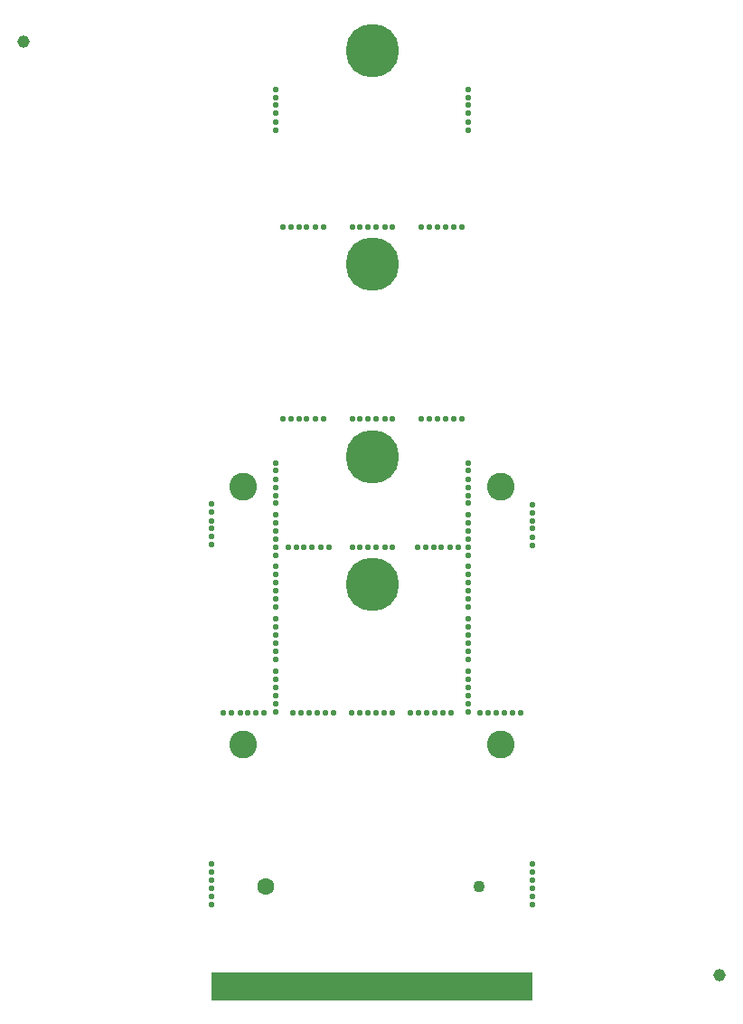
<source format=gbs>
%TF.GenerationSoftware,KiCad,Pcbnew,7.0.11-2.fc39*%
%TF.CreationDate,2024-03-17T16:29:44+01:00*%
%TF.ProjectId,mini-pcie-m.2-key-m-adapter,6d696e69-2d70-4636-9965-2d6d2e322d6b,rev?*%
%TF.SameCoordinates,Original*%
%TF.FileFunction,Soldermask,Bot*%
%TF.FilePolarity,Negative*%
%FSLAX46Y46*%
G04 Gerber Fmt 4.6, Leading zero omitted, Abs format (unit mm)*
G04 Created by KiCad (PCBNEW 7.0.11-2.fc39) date 2024-03-17 16:29:44*
%MOMM*%
%LPD*%
G01*
G04 APERTURE LIST*
%ADD10C,0.000010*%
%ADD11C,0.550000*%
%ADD12C,2.600000*%
%ADD13R,0.600000X2.350000*%
%ADD14C,5.000000*%
%ADD15C,1.600000*%
%ADD16C,1.100000*%
%ADD17C,1.152000*%
G04 APERTURE END LIST*
D10*
X48850000Y-77450000D02*
X78800000Y-77450000D01*
X78800000Y-80000000D01*
X48850000Y-80000000D01*
X48850000Y-77450000D01*
G36*
X48850000Y-77450000D02*
G01*
X78800000Y-77450000D01*
X78800000Y-80000000D01*
X48850000Y-80000000D01*
X48850000Y-77450000D01*
G37*
D11*
%TO.C,REF\u002A\u002A*%
X48850000Y-67275000D03*
X48850000Y-68025000D03*
X48850000Y-68825000D03*
X48850000Y-69575000D03*
X48850000Y-70325000D03*
X48850000Y-71075000D03*
%TD*%
%TO.C,REF\u002A\u002A*%
X78850000Y-71125000D03*
X78850000Y-70375000D03*
X78850000Y-69575000D03*
X78850000Y-68825000D03*
X78850000Y-68075000D03*
X78850000Y-67325000D03*
%TD*%
%TO.C,REF\u002A\u002A*%
X48850000Y-33625000D03*
X48850000Y-34375000D03*
X48850000Y-35175000D03*
X48850000Y-35925000D03*
X48850000Y-36675000D03*
X48850000Y-37425000D03*
%TD*%
%TO.C,REF\u002A\u002A*%
X78850000Y-37475000D03*
X78850000Y-36725000D03*
X78850000Y-35925000D03*
X78850000Y-35175000D03*
X78850000Y-34425000D03*
X78850000Y-33675000D03*
%TD*%
%TO.C,REF\u002A\u002A*%
X54875000Y-48125000D03*
X54875000Y-47375000D03*
X54875000Y-46625000D03*
X54875000Y-45875000D03*
X54875000Y-45075000D03*
X54875000Y-44325000D03*
%TD*%
%TO.C,REF\u002A\u002A*%
X72875000Y-48125000D03*
X72875000Y-47375000D03*
X72875000Y-46625000D03*
X72875000Y-45875000D03*
X72875000Y-45075000D03*
X72875000Y-44325000D03*
%TD*%
%TO.C,REF\u002A\u002A*%
X71925000Y-37675000D03*
X71175000Y-37675000D03*
X70375000Y-37675000D03*
X69625000Y-37675000D03*
X68875000Y-37675000D03*
X68125000Y-37675000D03*
%TD*%
%TO.C,REF\u002A\u002A*%
X59800000Y-37675000D03*
X59050000Y-37675000D03*
X58250000Y-37675000D03*
X57500000Y-37675000D03*
X56750000Y-37675000D03*
X56000000Y-37675000D03*
%TD*%
%TO.C,REF\u002A\u002A*%
X65800000Y-37675000D03*
X65050000Y-37675000D03*
X64250000Y-37675000D03*
X63500000Y-37675000D03*
X62750000Y-37675000D03*
X62000000Y-37675000D03*
%TD*%
%TO.C,REF\u002A\u002A*%
X56450000Y-53175000D03*
X57200000Y-53175000D03*
X58000000Y-53175000D03*
X58750000Y-53175000D03*
X59500000Y-53175000D03*
X60250000Y-53175000D03*
%TD*%
%TO.C,REF\u002A\u002A*%
X67450000Y-53175000D03*
X68200000Y-53175000D03*
X69000000Y-53175000D03*
X69750000Y-53175000D03*
X70500000Y-53175000D03*
X71250000Y-53175000D03*
%TD*%
%TO.C,REF\u002A\u002A*%
X61950000Y-53175000D03*
X62700000Y-53175000D03*
X63500000Y-53175000D03*
X64250000Y-53175000D03*
X65000000Y-53175000D03*
X65750000Y-53175000D03*
%TD*%
%TO.C,REF\u002A\u002A*%
X77800000Y-53175000D03*
X77050000Y-53175000D03*
X76250000Y-53175000D03*
X75500000Y-53175000D03*
X74750000Y-53175000D03*
X74000000Y-53175000D03*
%TD*%
%TO.C,REF\u002A\u002A*%
X49950000Y-53175000D03*
X50700000Y-53175000D03*
X51500000Y-53175000D03*
X52250000Y-53175000D03*
X53000000Y-53175000D03*
X53750000Y-53175000D03*
%TD*%
%TO.C,REF\u002A\u002A*%
X72875000Y-29750000D03*
X72875000Y-30500000D03*
X72875000Y-31300000D03*
X72875000Y-32050000D03*
X72875000Y-32800000D03*
X72875000Y-33550000D03*
%TD*%
%TO.C,REF\u002A\u002A*%
X72875000Y-49250000D03*
X72875000Y-50000000D03*
X72875000Y-50800000D03*
X72875000Y-51550000D03*
X72875000Y-52300000D03*
X72875000Y-53050000D03*
%TD*%
%TO.C,REF\u002A\u002A*%
X72875000Y-34625000D03*
X72875000Y-35375000D03*
X72875000Y-36175000D03*
X72875000Y-36925000D03*
X72875000Y-37675000D03*
X72875000Y-38425000D03*
%TD*%
%TO.C,REF\u002A\u002A*%
X72875000Y-43225000D03*
X72875000Y-42475000D03*
X72875000Y-41725000D03*
X72875000Y-40975000D03*
X72875000Y-40175000D03*
X72875000Y-39425000D03*
%TD*%
%TO.C,REF\u002A\u002A*%
X54875000Y-49250000D03*
X54875000Y-50000000D03*
X54875000Y-50800000D03*
X54875000Y-51550000D03*
X54875000Y-52300000D03*
X54875000Y-53050000D03*
%TD*%
%TO.C,REF\u002A\u002A*%
X54875000Y-29750000D03*
X54875000Y-30500000D03*
X54875000Y-31300000D03*
X54875000Y-32050000D03*
X54875000Y-32800000D03*
X54875000Y-33550000D03*
%TD*%
%TO.C,REF\u002A\u002A*%
X54875000Y-39450000D03*
X54875000Y-40200000D03*
X54875000Y-41000000D03*
X54875000Y-41750000D03*
X54875000Y-42500000D03*
X54875000Y-43250000D03*
%TD*%
%TO.C,REF\u002A\u002A*%
X54875000Y-38425000D03*
X54875000Y-37675000D03*
X54875000Y-36925000D03*
X54875000Y-36175000D03*
X54875000Y-35375000D03*
X54875000Y-34625000D03*
%TD*%
%TO.C,REF\u002A\u002A*%
X72300000Y-7675000D03*
X71550000Y-7675000D03*
X70750000Y-7675000D03*
X70000000Y-7675000D03*
X69250000Y-7675000D03*
X68500000Y-7675000D03*
%TD*%
%TO.C,REF\u002A\u002A*%
X59300000Y-7675000D03*
X58550000Y-7675000D03*
X57750000Y-7675000D03*
X57000000Y-7675000D03*
X56250000Y-7675000D03*
X55500000Y-7675000D03*
%TD*%
%TO.C,REF\u002A\u002A*%
X65800000Y-7675000D03*
X65050000Y-7675000D03*
X64250000Y-7675000D03*
X63500000Y-7675000D03*
X62750000Y-7675000D03*
X62000000Y-7675000D03*
%TD*%
%TO.C,REF\u002A\u002A*%
X65800000Y-25675000D03*
X65050000Y-25675000D03*
X64250000Y-25675000D03*
X63500000Y-25675000D03*
X62750000Y-25675000D03*
X62000000Y-25675000D03*
%TD*%
%TO.C,REF\u002A\u002A*%
X72300000Y-25675000D03*
X71550000Y-25675000D03*
X70750000Y-25675000D03*
X70000000Y-25675000D03*
X69250000Y-25675000D03*
X68500000Y-25675000D03*
%TD*%
%TO.C,REF\u002A\u002A*%
X59300000Y-25675000D03*
X58550000Y-25675000D03*
X57750000Y-25675000D03*
X57000000Y-25675000D03*
X56250000Y-25675000D03*
X55500000Y-25675000D03*
%TD*%
%TO.C,REF\u002A\u002A*%
X54875000Y1400000D03*
X54875000Y2150000D03*
X54875000Y2950000D03*
X54875000Y3700000D03*
X54875000Y4450000D03*
X54875000Y5200000D03*
%TD*%
%TO.C,REF\u002A\u002A*%
X72875000Y5200000D03*
X72875000Y4450000D03*
X72875000Y3700000D03*
X72875000Y2950000D03*
X72875000Y2150000D03*
X72875000Y1400000D03*
%TD*%
D12*
%TO.C,J1*%
X51750000Y-31950000D03*
X51750000Y-56100000D03*
X75950000Y-31950000D03*
X75950000Y-56100000D03*
D13*
X52450000Y-78625000D03*
X53250000Y-78625000D03*
X54050000Y-78625000D03*
X54850000Y-78625000D03*
X55650000Y-78625000D03*
X56450000Y-78625000D03*
X57250000Y-78625000D03*
X58050000Y-78625000D03*
X62050000Y-78625000D03*
X62850000Y-78625000D03*
X63650000Y-78625000D03*
X64450000Y-78625000D03*
X65250000Y-78625000D03*
X66050000Y-78625000D03*
X66850000Y-78625000D03*
X67650000Y-78625000D03*
X68450000Y-78625000D03*
X69250000Y-78625000D03*
X70050000Y-78625000D03*
X70850000Y-78625000D03*
X71650000Y-78625000D03*
X72450000Y-78625000D03*
X73250000Y-78625000D03*
X74050000Y-78625000D03*
X74850000Y-78625000D03*
X75650000Y-78625000D03*
%TD*%
D14*
%TO.C,*%
X63875000Y-41175000D03*
%TD*%
%TO.C,*%
X63875000Y-29175000D03*
%TD*%
%TO.C,*%
X63875000Y-11175000D03*
%TD*%
%TO.C,*%
X63875000Y8825000D03*
%TD*%
D15*
%TO.C,J2*%
X53880000Y-69425000D03*
D16*
X73880000Y-69425000D03*
%TD*%
D17*
%TO.C,H3*%
X96400000Y-77750000D03*
%TD*%
%TO.C,H2*%
X31250000Y9675000D03*
%TD*%
M02*

</source>
